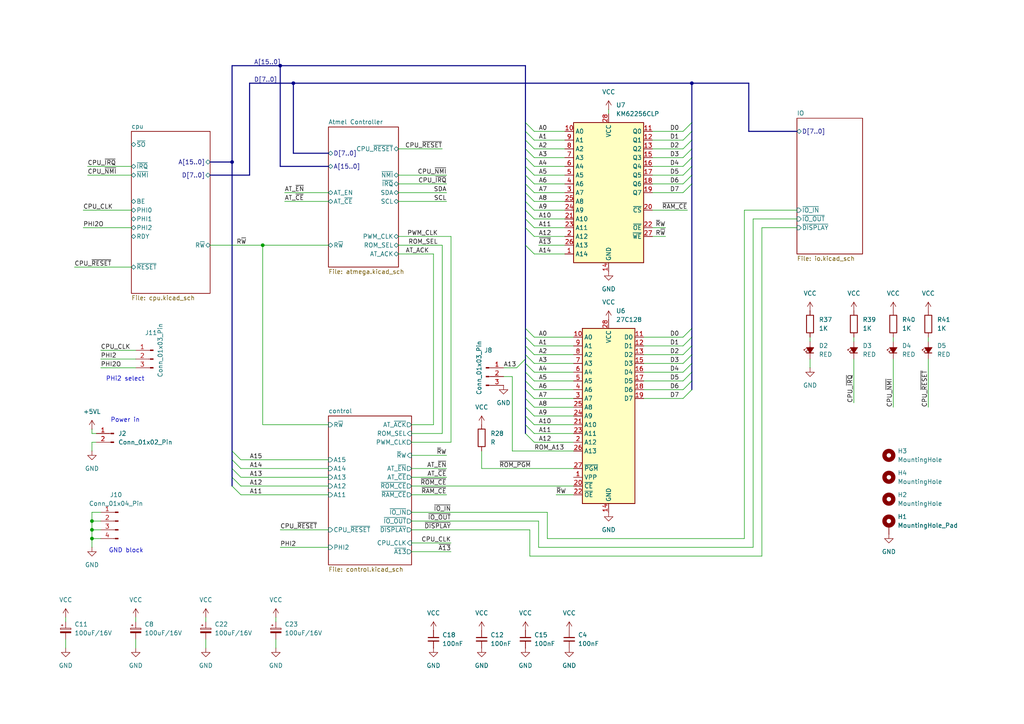
<source format=kicad_sch>
(kicad_sch (version 20250114) (generator "eeschema") (generator_version "9.0")
  (paper "A4")
  (title_block (title "6502 ATTY1") (date "2025-12-16") (rev "1") (comment 1 "© 2025 Ben Dooks") (comment 2 "Revision 1"))
  (lib_symbols
    (symbol "Connector:Conn_01x02_Pin" (pin_names (offset 1.016) (hide yes))
      (property "Reference" "J" (at 0 2.54 0))
      (property "Value" "Conn_01x02_Pin" (at 0 -5.08 0))
      (symbol "Conn_01x02_Pin_1_1"
        (rectangle (start 0.8636 0.127) (end 0 -0.127) (stroke (width 0.1524)) (fill (type outline)))
        (rectangle (start 0.8636 -2.413) (end 0 -2.667) (stroke (width 0.1524)) (fill (type outline)))
        (polyline (pts (xy 1.27 0) (xy 0.8636 0)) (stroke (width 0.1524)))
        (polyline (pts (xy 1.27 -2.54) (xy 0.8636 -2.54)) (stroke (width 0.1524)))
        (pin passive line (at 5.08 0 180) (length 3.81) (name "Pin_1") (number "1"))
        (pin passive line (at 5.08 -2.54 180) (length 3.81) (name "Pin_2") (number "2"))
      )
    )
    (symbol "Connector:Conn_01x03_Pin" (pin_names (offset 1.016) (hide yes))
      (property "Reference" "J" (at 0 5.08 0))
      (property "Value" "Conn_01x03_Pin" (at 0 -5.08 0))
      (symbol "Conn_01x03_Pin_1_1"
        (rectangle (start 0.8636 2.667) (end 0 2.413) (stroke (width 0.1524)) (fill (type outline)))
        (rectangle (start 0.8636 0.127) (end 0 -0.127) (stroke (width 0.1524)) (fill (type outline)))
        (rectangle (start 0.8636 -2.413) (end 0 -2.667) (stroke (width 0.1524)) (fill (type outline)))
        (polyline (pts (xy 1.27 2.54) (xy 0.8636 2.54)) (stroke (width 0.1524)))
        (polyline (pts (xy 1.27 0) (xy 0.8636 0)) (stroke (width 0.1524)))
        (polyline (pts (xy 1.27 -2.54) (xy 0.8636 -2.54)) (stroke (width 0.1524)))
        (pin passive line (at 5.08 2.54 180) (length 3.81) (name "Pin_1") (number "1"))
        (pin passive line (at 5.08 0 180) (length 3.81) (name "Pin_2") (number "2"))
        (pin passive line (at 5.08 -2.54 180) (length 3.81) (name "Pin_3") (number "3"))
      )
    )
    (symbol "Connector:Conn_01x04_Pin" (pin_names (offset 1.016) (hide yes))
      (property "Reference" "J" (at 0 5.08 0))
      (property "Value" "Conn_01x04_Pin" (at 0 -7.62 0))
      (symbol "Conn_01x04_Pin_1_1"
        (rectangle (start 0.8636 2.667) (end 0 2.413) (stroke (width 0.1524)) (fill (type outline)))
        (rectangle (start 0.8636 0.127) (end 0 -0.127) (stroke (width 0.1524)) (fill (type outline)))
        (rectangle (start 0.8636 -2.413) (end 0 -2.667) (stroke (width 0.1524)) (fill (type outline)))
        (rectangle (start 0.8636 -4.953) (end 0 -5.207) (stroke (width 0.1524)) (fill (type outline)))
        (polyline (pts (xy 1.27 2.54) (xy 0.8636 2.54)) (stroke (width 0.1524)))
        (polyline (pts (xy 1.27 0) (xy 0.8636 0)) (stroke (width 0.1524)))
        (polyline (pts (xy 1.27 -2.54) (xy 0.8636 -2.54)) (stroke (width 0.1524)))
        (polyline (pts (xy 1.27 -5.08) (xy 0.8636 -5.08)) (stroke (width 0.1524)))
        (pin passive line (at 5.08 2.54 180) (length 3.81) (name "Pin_1") (number "1"))
        (pin passive line (at 5.08 0 180) (length 3.81) (name "Pin_2") (number "2"))
        (pin passive line (at 5.08 -2.54 180) (length 3.81) (name "Pin_3") (number "3"))
        (pin passive line (at 5.08 -5.08 180) (length 3.81) (name "Pin_4") (number "4"))
      )
    )
    (symbol "Device:C_Polarized_Small" (pin_numbers (hide yes)) (pin_names (offset 0.254) (hide yes))
      (property "Reference" "C" (at 0.254 1.778 0))
      (property "Value" "C_Polarized_Small" (at 0.254 -2.032 0))
      (symbol "C_Polarized_Small_0_1"
        (rectangle (start -1.524 0.6858) (end 1.524 0.3048))
        (rectangle (start -1.524 -0.3048) (end 1.524 -0.6858) (fill (type outline)))
        (polyline (pts (xy -1.27 1.524) (xy -0.762 1.524)))
        (polyline (pts (xy -1.016 1.27) (xy -1.016 1.778)))
      )
      (symbol "C_Polarized_Small_1_1"
        (pin passive line (at 0 2.54 270) (length 1.8542) (name "~") (number "1"))
        (pin passive line (at 0 -2.54 90) (length 1.8542) (name "~") (number "2"))
      )
    )
    (symbol "Device:C_Small" (pin_numbers (hide yes)) (pin_names (offset 0.254) (hide yes))
      (property "Reference" "C" (at 0.254 1.778 0))
      (property "Value" "C_Small" (at 0.254 -2.032 0))
      (symbol "C_Small_0_1"
        (polyline (pts (xy -1.524 0.508) (xy 1.524 0.508)) (stroke (width 0.3048)))
        (polyline (pts (xy -1.524 -0.508) (xy 1.524 -0.508)) (stroke (width 0.3302)))
      )
      (symbol "C_Small_1_1"
        (pin passive line (at 0 2.54 270) (length 2.032) (name "~") (number "1"))
        (pin passive line (at 0 -2.54 90) (length 2.032) (name "~") (number "2"))
      )
    )
    (symbol "Device:LED_Small_Filled" (pin_numbers (hide yes)) (pin_names (offset 0.254) (hide yes))
      (property "Reference" "D" (at -1.27 3.175 0))
      (property "Value" "LED_Small_Filled" (at -4.445 -2.54 0))
      (symbol "LED_Small_Filled_0_1"
        (polyline (pts (xy -0.762 -1.016) (xy -0.762 1.016)) (stroke (width 0.254)))
        (polyline (pts (xy 0 0.762) (xy -0.508 1.27) (xy -0.254 1.27) (xy -0.508 1.27) (xy -0.508 1.016)))
        (polyline (pts (xy 0.508 1.27) (xy 0 1.778) (xy 0.254 1.778) (xy 0 1.778) (xy 0 1.524)))
        (polyline (pts (xy 0.762 -1.016) (xy -0.762 0) (xy 0.762 1.016) (xy 0.762 -1.016)) (stroke (width 0.254)) (fill (type outline)))
        (polyline (pts (xy 1.016 0) (xy -0.762 0)))
      )
      (symbol "LED_Small_Filled_1_1"
        (pin passive line (at -2.54 0 0) (length 1.778) (name "K") (number "1"))
        (pin passive line (at 2.54 0 180) (length 1.778) (name "A") (number "2"))
      )
    )
    (symbol "Device:R" (pin_numbers (hide yes)) (pin_names (offset 0))
      (property "Reference" "R" (at 2.032 0 90))
      (property "Value" "R" (at 0 0 90))
      (symbol "R_0_1"
        (rectangle (start -1.016 -2.54) (end 1.016 2.54) (stroke (width 0.254)))
      )
      (symbol "R_1_1"
        (pin passive line (at 0 3.81 270) (length 1.27) (name "~") (number "1"))
        (pin passive line (at 0 -3.81 90) (length 1.27) (name "~") (number "2"))
      )
    )
    (symbol "Mechanical:MountingHole" (pin_names (offset 1.016)) (in_bom no)
      (property "Reference" "H" (at 0 5.08 0))
      (property "Value" "MountingHole" (at 0 3.175 0))
      (symbol "MountingHole_0_1"
        (circle (center 0 0) (radius 1.27) (stroke (width 1.27)))
      )
    )
    (symbol "Mechanical:MountingHole_Pad" (pin_numbers (hide yes)) (pin_names (offset 1.016) (hide yes)) (in_bom no)
      (property "Reference" "H" (at 0 6.35 0))
      (property "Value" "MountingHole_Pad" (at 0 4.445 0))
      (symbol "MountingHole_Pad_0_1"
        (circle (center 0 1.27) (radius 1.27) (stroke (width 1.27)))
      )
      (symbol "MountingHole_Pad_1_1"
        (pin input line (at 0 -2.54 90) (length 2.54) (name "1") (number "1"))
      )
    )
    (symbol "Memory_EPROM:27C128"
      (property "Reference" "U" (at -7.62 26.67 0))
      (property "Value" "27C128" (at 2.54 -26.67 0))
      (symbol "27C128_1_1"
        (rectangle (start -7.62 25.4) (end 7.62 -25.4) (stroke (width 0.254)) (fill (type background)))
        (pin input line (at -10.16 22.86 0) (length 2.54) (name "A0") (number "10"))
        (pin input line (at -10.16 20.32 0) (length 2.54) (name "A1") (number "9"))
        (pin input line (at -10.16 17.78 0) (length 2.54) (name "A2") (number "8"))
        (pin input line (at -10.16 15.24 0) (length 2.54) (name "A3") (number "7"))
        (pin input line (at -10.16 12.7 0) (length 2.54) (name "A4") (number "6"))
        (pin input line (at -10.16 10.16 0) (length 2.54) (name "A5") (number "5"))
        (pin input line (at -10.16 7.62 0) (length 2.54) (name "A6") (number "4"))
        (pin input line (at -10.16 5.08 0) (length 2.54) (name "A7") (number "3"))
        (pin input line (at -10.16 2.54 0) (length 2.54) (name "A8") (number "25"))
        (pin input line (at -10.16 0 0) (length 2.54) (name "A9") (number "24"))
        (pin input line (at -10.16 -2.54 0) (length 2.54) (name "A10") (number "21"))
        (pin input line (at -10.16 -5.08 0) (length 2.54) (name "A11") (number "23"))
        (pin input line (at -10.16 -7.62 0) (length 2.54) (name "A12") (number "2"))
        (pin input line (at -10.16 -10.16 0) (length 2.54) (name "A13") (number "26"))
        (pin input line (at -10.16 -15.24 0) (length 2.54) (name "~{PGM}") (number "27"))
        (pin input line (at -10.16 -17.78 0) (length 2.54) (name "VPP") (number "1"))
        (pin input line (at -10.16 -20.32 0) (length 2.54) (name "~{CE}") (number "20"))
        (pin input line (at -10.16 -22.86 0) (length 2.54) (name "~{OE}") (number "22"))
        (pin power_in line (at 0 27.94 270) (length 2.54) (name "VCC") (number "28"))
        (pin power_in line (at 0 -27.94 90) (length 2.54) (name "GND") (number "14"))
        (pin tri_state line (at 10.16 22.86 180) (length 2.54) (name "D0") (number "11"))
        (pin tri_state line (at 10.16 20.32 180) (length 2.54) (name "D1") (number "12"))
        (pin tri_state line (at 10.16 17.78 180) (length 2.54) (name "D2") (number "13"))
        (pin tri_state line (at 10.16 15.24 180) (length 2.54) (name "D3") (number "15"))
        (pin tri_state line (at 10.16 12.7 180) (length 2.54) (name "D4") (number "16"))
        (pin tri_state line (at 10.16 10.16 180) (length 2.54) (name "D5") (number "17"))
        (pin tri_state line (at 10.16 7.62 180) (length 2.54) (name "D6") (number "18"))
        (pin tri_state line (at 10.16 5.08 180) (length 2.54) (name "D7") (number "19"))
      )
    )
    (symbol "Memory_RAM:KM62256CLP"
      (property "Reference" "U" (at -10.16 20.955 0))
      (property "Value" "KM62256CLP" (at 2.54 20.955 0))
      (symbol "KM62256CLP_0_0"
        (pin power_in line (at 0 22.86 270) (length 2.54) (name "VCC") (number "28"))
        (pin power_in line (at 0 -22.86 90) (length 2.54) (name "GND") (number "14"))
      )
      (symbol "KM62256CLP_0_1"
        (rectangle (start -10.16 20.32) (end 10.16 -20.32) (stroke (width 0.254)) (fill (type background)))
      )
      (symbol "KM62256CLP_1_1"
        (pin input line (at -12.7 17.78 0) (length 2.54) (name "A0") (number "10"))
        (pin input line (at -12.7 15.24 0) (length 2.54) (name "A1") (number "9"))
        (pin input line (at -12.7 12.7 0) (length 2.54) (name "A2") (number "8"))
        (pin input line (at -12.7 10.16 0) (length 2.54) (name "A3") (number "7"))
        (pin input line (at -12.7 7.62 0) (length 2.54) (name "A4") (number "6"))
        (pin input line (at -12.7 5.08 0) (length 2.54) (name "A5") (number "5"))
        (pin input line (at -12.7 2.54 0) (length 2.54) (name "A6") (number "4"))
        (pin input line (at -12.7 0 0) (length 2.54) (name "A7") (number "3"))
        (pin input line (at -12.7 -2.54 0) (length 2.54) (name "A8") (number "25"))
        (pin input line (at -12.7 -5.08 0) (length 2.54) (name "A9") (number "24"))
        (pin input line (at -12.7 -7.62 0) (length 2.54) (name "A10") (number "21"))
        (pin input line (at -12.7 -10.16 0) (length 2.54) (name "A11") (number "23"))
        (pin input line (at -12.7 -12.7 0) (length 2.54) (name "A12") (number "2"))
        (pin input line (at -12.7 -15.24 0) (length 2.54) (name "A13") (number "26"))
        (pin input line (at -12.7 -17.78 0) (length 2.54) (name "A14") (number "1"))
        (pin tri_state line (at 12.7 17.78 180) (length 2.54) (name "Q0") (number "11"))
        (pin tri_state line (at 12.7 15.24 180) (length 2.54) (name "Q1") (number "12"))
        (pin tri_state line (at 12.7 12.7 180) (length 2.54) (name "Q2") (number "13"))
        (pin tri_state line (at 12.7 10.16 180) (length 2.54) (name "Q3") (number "15"))
        (pin tri_state line (at 12.7 7.62 180) (length 2.54) (name "Q4") (number "16"))
        (pin tri_state line (at 12.7 5.08 180) (length 2.54) (name "Q5") (number "17"))
        (pin tri_state line (at 12.7 2.54 180) (length 2.54) (name "Q6") (number "18"))
        (pin tri_state line (at 12.7 0 180) (length 2.54) (name "Q7") (number "19"))
        (pin input line (at 12.7 -5.08 180) (length 2.54) (name "~{CS}") (number "20"))
        (pin input line (at 12.7 -10.16 180) (length 2.54) (name "~{OE}") (number "22"))
        (pin input line (at 12.7 -12.7 180) (length 2.54) (name "~{WE}") (number "27"))
      )
    )
    (symbol "power:+5VL" (power) (pin_numbers (hide yes)) (pin_names (offset 0) (hide yes))
      (property "Value" "+5VL" (at 0 3.556 0))
      (symbol "+5VL_0_1"
        (polyline (pts (xy -0.762 1.27) (xy 0 2.54)))
        (polyline (pts (xy 0 2.54) (xy 0.762 1.27)))
        (polyline (pts (xy 0 0) (xy 0 2.54)))
      )
      (symbol "+5VL_1_1"
        (pin power_in line (at 0 0 90) (length 0) (name "~") (number "1"))
      )
    )
    (symbol "power:GND" (power) (pin_numbers (hide yes)) (pin_names (offset 0) (hide yes))
      (property "Value" "GND" (at 0 -3.81 0))
      (symbol "GND_0_1"
        (polyline (pts (xy 0 0) (xy 0 -1.27) (xy 1.27 -1.27) (xy 0 -2.54) (xy -1.27 -1.27) (xy 0 -1.27)))
      )
      (symbol "GND_1_1"
        (pin power_in line (at 0 0 270) (length 0) (name "~") (number "1"))
      )
    )
    (symbol "power:VCC" (power) (pin_numbers (hide yes)) (pin_names (offset 0) (hide yes))
      (property "Value" "VCC" (at 0 3.556 0))
      (symbol "VCC_0_1"
        (polyline (pts (xy -0.762 1.27) (xy 0 2.54)))
        (polyline (pts (xy 0 2.54) (xy 0.762 1.27)))
        (polyline (pts (xy 0 0) (xy 0 2.54)))
      )
      (symbol "VCC_1_1"
        (pin power_in line (at 0 0 90) (length 0) (name "~") (number "1"))
      )
    )
  )
  (text "Power in" (at 36.322 121.92 0) (effects (font (size 1.27 1.27))))
  (text "GND block" (at 36.576 159.766 0) (effects (font (size 1.27 1.27))))
  (text "PHi2 select" (at 36.322 109.982 0) (effects (font (size 1.27 1.27))))
  (junction (at 81.28 19.05))
  (junction (at 200.66 24.13))
  (junction (at 26.67 156.21))
  (junction (at 85.09 24.13))
  (junction (at 26.67 153.67))
  (junction (at 76.2 71.12))
  (junction (at 26.67 151.13))
  (junction (at 67.31 46.99))
  (bus_entry (at 152.4 45.72) (size 2.54 2.54))
  (bus_entry (at 200.66 102.87) (size -2.54 2.54))
  (bus_entry (at 152.4 125.73) (size 2.54 2.54))
  (bus_entry (at 200.66 110.49) (size -2.54 2.54))
  (bus_entry (at 200.66 40.64) (size -2.54 2.54))
  (bus_entry (at 200.66 45.72) (size -2.54 2.54))
  (bus_entry (at 152.4 100.33) (size 2.54 2.54))
  (bus_entry (at 200.66 50.8) (size -2.54 2.54))
  (bus_entry (at 152.4 55.88) (size 2.54 2.54))
  (bus_entry (at 200.66 107.95) (size -2.54 2.54))
  (bus_entry (at 200.66 48.26) (size -2.54 2.54))
  (bus_entry (at 200.66 38.1) (size -2.54 2.54))
  (bus_entry (at 152.4 66.04) (size 2.54 2.54))
  (bus_entry (at 152.4 123.19) (size 2.54 2.54))
  (bus_entry (at 152.4 40.64) (size 2.54 2.54))
  (bus_entry (at 152.4 105.41) (size 2.54 2.54))
  (bus_entry (at 67.31 130.81) (size 2.54 2.54))
  (bus_entry (at 200.66 35.56) (size -2.54 2.54))
  (bus_entry (at 152.4 113.03) (size 2.54 2.54))
  (bus_entry (at 152.4 60.96) (size 2.54 2.54))
  (bus_entry (at 67.31 133.35) (size 2.54 2.54))
  (bus_entry (at 200.66 43.18) (size -2.54 2.54))
  (bus_entry (at 152.4 50.8) (size 2.54 2.54))
  (bus_entry (at 152.4 71.12) (size 2.54 2.54))
  (bus_entry (at 200.66 53.34) (size -2.54 2.54))
  (bus_entry (at 152.4 43.18) (size 2.54 2.54))
  (bus_entry (at 152.4 102.87) (size 2.54 2.54))
  (bus_entry (at 152.4 53.34) (size 2.54 2.54))
  (bus_entry (at 152.4 48.26) (size 2.54 2.54))
  (bus_entry (at 152.4 115.57) (size 2.54 2.54))
  (bus_entry (at 152.4 58.42) (size 2.54 2.54))
  (bus_entry (at 152.4 118.11) (size 2.54 2.54))
  (bus_entry (at 152.4 97.79) (size 2.54 2.54))
  (bus_entry (at 152.4 35.56) (size 2.54 2.54))
  (bus_entry (at 67.31 138.43) (size 2.54 2.54))
  (bus_entry (at 152.4 38.1) (size 2.54 2.54))
  (bus_entry (at 152.4 95.25) (size 2.54 2.54))
  (bus_entry (at 152.4 63.5) (size 2.54 2.54))
  (bus_entry (at 152.4 110.49) (size 2.54 2.54))
  (bus_entry (at 200.66 97.79) (size -2.54 2.54))
  (bus_entry (at 152.4 107.95) (size 2.54 2.54))
  (bus_entry (at 200.66 100.33) (size -2.54 2.54))
  (bus_entry (at 200.66 113.03) (size -2.54 2.54))
  (bus_entry (at 67.31 135.89) (size 2.54 2.54))
  (bus_entry (at 200.66 95.25) (size -2.54 2.54))
  (bus_entry (at 67.31 140.97) (size 2.54 2.54))
  (bus_entry (at 152.4 120.65) (size 2.54 2.54))
  (bus_entry (at 152.4 104.14) (size -2.54 2.54))
  (bus_entry (at 200.66 105.41) (size -2.54 2.54))
  (wire (pts (xy 189.23 45.72) (xy 198.12 45.72)))
  (wire (pts (xy 80.01 179.07) (xy 80.01 180.34)))
  (wire (pts (xy 189.23 40.64) (xy 198.12 40.64)))
  (wire (pts (xy 153.67 153.67) (xy 153.67 161.29)))
  (wire (pts (xy 119.38 135.89) (xy 129.54 135.89)))
  (wire (pts (xy 69.85 140.97) (xy 95.25 140.97)))
  (wire (pts (xy 231.14 63.5) (xy 218.44 63.5)))
  (wire (pts (xy 154.94 107.95) (xy 166.37 107.95)))
  (wire (pts (xy 247.65 97.79) (xy 247.65 99.06)))
  (wire (pts (xy 154.94 123.19) (xy 166.37 123.19)))
  (bus (pts (xy 152.4 55.88) (xy 152.4 58.42)))
  (wire (pts (xy 119.38 128.27) (xy 130.81 128.27)))
  (bus (pts (xy 152.4 113.03) (xy 152.4 115.57)))
  (bus (pts (xy 152.4 95.25) (xy 152.4 97.79)))
  (wire (pts (xy 269.24 97.79) (xy 269.24 99.06)))
  (bus (pts (xy 200.66 45.72) (xy 200.66 48.26)))
  (bus (pts (xy 152.4 97.79) (xy 152.4 100.33)))
  (wire (pts (xy 154.94 48.26) (xy 163.83 48.26)))
  (wire (pts (xy 220.98 66.04) (xy 231.14 66.04)))
  (bus (pts (xy 200.66 100.33) (xy 200.66 102.87)))
  (bus (pts (xy 67.31 46.99) (xy 67.31 19.05)))
  (wire (pts (xy 189.23 53.34) (xy 198.12 53.34)))
  (wire (pts (xy 186.69 102.87) (xy 198.12 102.87)))
  (wire (pts (xy 115.57 43.18) (xy 128.27 43.18)))
  (wire (pts (xy 81.28 153.67) (xy 95.25 153.67)))
  (wire (pts (xy 154.94 60.96) (xy 163.83 60.96)))
  (wire (pts (xy 119.38 123.19) (xy 125.73 123.19)))
  (wire (pts (xy 26.67 151.13) (xy 29.21 151.13)))
  (wire (pts (xy 26.67 125.73) (xy 26.67 124.46)))
  (wire (pts (xy 115.57 58.42) (xy 129.54 58.42)))
  (wire (pts (xy 29.21 104.14) (xy 39.37 104.14)))
  (wire (pts (xy 26.67 148.59) (xy 26.67 151.13)))
  (bus (pts (xy 67.31 135.89) (xy 67.31 138.43)))
  (bus (pts (xy 85.09 44.45) (xy 85.09 24.13)))
  (wire (pts (xy 154.94 125.73) (xy 166.37 125.73)))
  (wire (pts (xy 115.57 53.34) (xy 129.54 53.34)))
  (wire (pts (xy 119.38 132.08) (xy 129.54 132.08)))
  (wire (pts (xy 154.94 113.03) (xy 166.37 113.03)))
  (wire (pts (xy 154.94 118.11) (xy 166.37 118.11)))
  (wire (pts (xy 26.67 151.13) (xy 26.67 153.67)))
  (bus (pts (xy 81.28 19.05) (xy 152.4 19.05)))
  (bus (pts (xy 200.66 110.49) (xy 200.66 113.03)))
  (wire (pts (xy 27.94 125.73) (xy 26.67 125.73)))
  (wire (pts (xy 161.29 143.51) (xy 166.37 143.51)))
  (wire (pts (xy 154.94 66.04) (xy 163.83 66.04)))
  (wire (pts (xy 186.69 107.95) (xy 198.12 107.95)))
  (bus (pts (xy 231.14 38.1) (xy 217.17 38.1)))
  (wire (pts (xy 128.27 125.73) (xy 119.38 125.73)))
  (wire (pts (xy 95.25 123.19) (xy 76.2 123.19)))
  (wire (pts (xy 119.38 143.51) (xy 129.54 143.51)))
  (bus (pts (xy 152.4 66.04) (xy 152.4 71.12)))
  (wire (pts (xy 115.57 68.58) (xy 130.81 68.58)))
  (wire (pts (xy 81.28 158.75) (xy 95.25 158.75)))
  (bus (pts (xy 200.66 40.64) (xy 200.66 43.18)))
  (wire (pts (xy 25.4 50.8) (xy 38.1 50.8)))
  (wire (pts (xy 128.27 71.12) (xy 128.27 125.73)))
  (wire (pts (xy 26.67 153.67) (xy 26.67 156.21)))
  (wire (pts (xy 148.59 130.81) (xy 148.59 109.22)))
  (wire (pts (xy 69.85 135.89) (xy 95.25 135.89)))
  (wire (pts (xy 186.69 113.03) (xy 198.12 113.03)))
  (bus (pts (xy 200.66 105.41) (xy 200.66 107.95)))
  (wire (pts (xy 154.94 120.65) (xy 166.37 120.65)))
  (wire (pts (xy 189.23 38.1) (xy 198.12 38.1)))
  (bus (pts (xy 200.66 43.18) (xy 200.66 45.72)))
  (wire (pts (xy 24.13 60.96) (xy 38.1 60.96)))
  (wire (pts (xy 59.69 187.96) (xy 59.69 185.42)))
  (wire (pts (xy 125.73 123.19) (xy 125.73 73.66)))
  (bus (pts (xy 67.31 138.43) (xy 67.31 140.97)))
  (bus (pts (xy 67.31 130.81) (xy 67.31 133.35)))
  (wire (pts (xy 29.21 148.59) (xy 26.67 148.59)))
  (wire (pts (xy 154.94 50.8) (xy 163.83 50.8)))
  (wire (pts (xy 189.23 48.26) (xy 198.12 48.26)))
  (wire (pts (xy 154.94 38.1) (xy 163.83 38.1)))
  (bus (pts (xy 152.4 118.11) (xy 152.4 120.65)))
  (wire (pts (xy 247.65 104.14) (xy 247.65 116.84)))
  (bus (pts (xy 152.4 104.14) (xy 152.4 105.41)))
  (wire (pts (xy 176.53 33.02) (xy 176.53 31.75)))
  (wire (pts (xy 69.85 133.35) (xy 95.25 133.35)))
  (wire (pts (xy 218.44 63.5) (xy 218.44 158.75)))
  (bus (pts (xy 200.66 97.79) (xy 200.66 100.33)))
  (wire (pts (xy 269.24 104.14) (xy 269.24 118.11)))
  (bus (pts (xy 152.4 60.96) (xy 152.4 63.5)))
  (bus (pts (xy 200.66 35.56) (xy 200.66 38.1)))
  (wire (pts (xy 153.67 161.29) (xy 220.98 161.29)))
  (wire (pts (xy 119.38 160.02) (xy 130.81 160.02)))
  (wire (pts (xy 39.37 187.96) (xy 39.37 185.42)))
  (wire (pts (xy 29.21 101.6) (xy 39.37 101.6)))
  (wire (pts (xy 29.21 106.68) (xy 39.37 106.68)))
  (wire (pts (xy 215.9 60.96) (xy 231.14 60.96)))
  (bus (pts (xy 152.4 50.8) (xy 152.4 53.34)))
  (wire (pts (xy 148.59 130.81) (xy 166.37 130.81)))
  (wire (pts (xy 26.67 128.27) (xy 26.67 130.81)))
  (bus (pts (xy 67.31 46.99) (xy 67.31 130.81)))
  (bus (pts (xy 152.4 53.34) (xy 152.4 55.88)))
  (bus (pts (xy 60.96 46.99) (xy 67.31 46.99)))
  (bus (pts (xy 200.66 107.95) (xy 200.66 110.49)))
  (bus (pts (xy 152.4 58.42) (xy 152.4 60.96)))
  (wire (pts (xy 119.38 153.67) (xy 153.67 153.67)))
  (wire (pts (xy 119.38 157.48) (xy 130.81 157.48)))
  (bus (pts (xy 85.09 24.13) (xy 200.66 24.13)))
  (wire (pts (xy 154.94 53.34) (xy 163.83 53.34)))
  (bus (pts (xy 152.4 120.65) (xy 152.4 123.19)))
  (bus (pts (xy 152.4 100.33) (xy 152.4 102.87)))
  (bus (pts (xy 200.66 53.34) (xy 200.66 95.25)))
  (bus (pts (xy 95.25 44.45) (xy 85.09 44.45)))
  (wire (pts (xy 154.94 45.72) (xy 163.83 45.72)))
  (wire (pts (xy 26.67 156.21) (xy 29.21 156.21)))
  (wire (pts (xy 186.69 115.57) (xy 198.12 115.57)))
  (wire (pts (xy 154.94 55.88) (xy 163.83 55.88)))
  (bus (pts (xy 60.96 50.8) (xy 72.39 50.8)))
  (wire (pts (xy 146.05 106.68) (xy 149.86 106.68)))
  (wire (pts (xy 25.4 48.26) (xy 38.1 48.26)))
  (wire (pts (xy 259.08 104.14) (xy 259.08 118.11)))
  (wire (pts (xy 19.05 187.96) (xy 19.05 185.42)))
  (wire (pts (xy 119.38 138.43) (xy 129.54 138.43)))
  (wire (pts (xy 154.94 128.27) (xy 166.37 128.27)))
  (wire (pts (xy 154.94 43.18) (xy 163.83 43.18)))
  (wire (pts (xy 158.75 148.59) (xy 158.75 156.21)))
  (bus (pts (xy 200.66 48.26) (xy 200.66 50.8)))
  (wire (pts (xy 186.69 97.79) (xy 198.12 97.79)))
  (wire (pts (xy 154.94 105.41) (xy 166.37 105.41)))
  (wire (pts (xy 80.01 187.96) (xy 80.01 185.42)))
  (bus (pts (xy 152.4 105.41) (xy 152.4 107.95)))
  (bus (pts (xy 67.31 19.05) (xy 81.28 19.05)))
  (wire (pts (xy 76.2 71.12) (xy 95.25 71.12)))
  (wire (pts (xy 69.85 138.43) (xy 95.25 138.43)))
  (wire (pts (xy 189.23 68.58) (xy 193.04 68.58)))
  (wire (pts (xy 234.95 97.79) (xy 234.95 99.06)))
  (bus (pts (xy 72.39 50.8) (xy 72.39 24.13)))
  (bus (pts (xy 152.4 110.49) (xy 152.4 113.03)))
  (wire (pts (xy 19.05 179.07) (xy 19.05 180.34)))
  (wire (pts (xy 156.21 158.75) (xy 156.21 151.13)))
  (bus (pts (xy 152.4 48.26) (xy 152.4 50.8)))
  (bus (pts (xy 200.66 95.25) (xy 200.66 97.79)))
  (wire (pts (xy 189.23 50.8) (xy 198.12 50.8)))
  (wire (pts (xy 189.23 60.96) (xy 199.39 60.96)))
  (wire (pts (xy 154.94 58.42) (xy 163.83 58.42)))
  (bus (pts (xy 217.17 38.1) (xy 217.17 24.13)))
  (bus (pts (xy 152.4 107.95) (xy 152.4 110.49)))
  (wire (pts (xy 259.08 97.79) (xy 259.08 99.06)))
  (wire (pts (xy 189.23 43.18) (xy 198.12 43.18)))
  (wire (pts (xy 60.96 71.12) (xy 76.2 71.12)))
  (wire (pts (xy 154.94 68.58) (xy 163.83 68.58)))
  (wire (pts (xy 189.23 55.88) (xy 198.12 55.88)))
  (wire (pts (xy 154.94 40.64) (xy 163.83 40.64)))
  (bus (pts (xy 152.4 63.5) (xy 152.4 66.04)))
  (wire (pts (xy 26.67 153.67) (xy 29.21 153.67)))
  (wire (pts (xy 139.7 135.89) (xy 166.37 135.89)))
  (wire (pts (xy 115.57 50.8) (xy 129.54 50.8)))
  (wire (pts (xy 186.69 110.49) (xy 198.12 110.49)))
  (wire (pts (xy 82.55 58.42) (xy 95.25 58.42)))
  (wire (pts (xy 154.94 73.66) (xy 163.83 73.66)))
  (wire (pts (xy 130.81 128.27) (xy 130.81 68.58)))
  (wire (pts (xy 119.38 148.59) (xy 158.75 148.59)))
  (bus (pts (xy 200.66 50.8) (xy 200.66 53.34)))
  (wire (pts (xy 154.94 110.49) (xy 166.37 110.49)))
  (bus (pts (xy 72.39 24.13) (xy 85.09 24.13)))
  (wire (pts (xy 163.83 71.12) (xy 156.21 71.12)))
  (wire (pts (xy 115.57 71.12) (xy 128.27 71.12)))
  (bus (pts (xy 200.66 24.13) (xy 200.66 35.56)))
  (bus (pts (xy 152.4 43.18) (xy 152.4 45.72)))
  (wire (pts (xy 148.59 109.22) (xy 146.05 109.22)))
  (wire (pts (xy 220.98 161.29) (xy 220.98 66.04)))
  (bus (pts (xy 152.4 45.72) (xy 152.4 48.26)))
  (wire (pts (xy 186.69 100.33) (xy 198.12 100.33)))
  (bus (pts (xy 200.66 38.1) (xy 200.66 40.64)))
  (wire (pts (xy 154.94 100.33) (xy 166.37 100.33)))
  (wire (pts (xy 154.94 97.79) (xy 166.37 97.79)))
  (wire (pts (xy 125.73 73.66) (xy 115.57 73.66)))
  (wire (pts (xy 154.94 115.57) (xy 166.37 115.57)))
  (wire (pts (xy 82.55 55.88) (xy 95.25 55.88)))
  (bus (pts (xy 152.4 19.05) (xy 152.4 35.56)))
  (wire (pts (xy 154.94 63.5) (xy 163.83 63.5)))
  (wire (pts (xy 215.9 156.21) (xy 215.9 60.96)))
  (wire (pts (xy 119.38 151.13) (xy 156.21 151.13)))
  (wire (pts (xy 27.94 128.27) (xy 26.67 128.27)))
  (wire (pts (xy 158.75 156.21) (xy 215.9 156.21)))
  (wire (pts (xy 26.67 156.21) (xy 26.67 158.75)))
  (wire (pts (xy 115.57 55.88) (xy 129.54 55.88)))
  (wire (pts (xy 234.95 104.14) (xy 234.95 106.68)))
  (wire (pts (xy 24.13 66.04) (xy 38.1 66.04)))
  (wire (pts (xy 119.38 140.97) (xy 166.37 140.97)))
  (bus (pts (xy 200.66 102.87) (xy 200.66 105.41)))
  (bus (pts (xy 152.4 115.57) (xy 152.4 118.11)))
  (wire (pts (xy 154.94 102.87) (xy 166.37 102.87)))
  (wire (pts (xy 59.69 179.07) (xy 59.69 180.34)))
  (wire (pts (xy 39.37 179.07) (xy 39.37 180.34)))
  (bus (pts (xy 152.4 38.1) (xy 152.4 40.64)))
  (wire (pts (xy 21.59 77.47) (xy 38.1 77.47)))
  (bus (pts (xy 95.25 48.26) (xy 81.28 48.26)))
  (wire (pts (xy 139.7 135.89) (xy 139.7 130.81)))
  (wire (pts (xy 69.85 143.51) (xy 95.25 143.51)))
  (bus (pts (xy 152.4 123.19) (xy 152.4 125.73)))
  (bus (pts (xy 152.4 40.64) (xy 152.4 43.18)))
  (wire (pts (xy 218.44 158.75) (xy 156.21 158.75)))
  (wire (pts (xy 76.2 71.12) (xy 76.2 123.19)))
  (bus (pts (xy 152.4 102.87) (xy 152.4 104.14)))
  (wire (pts (xy 186.69 105.41) (xy 198.12 105.41)))
  (bus (pts (xy 67.31 133.35) (xy 67.31 135.89)))
  (bus (pts (xy 200.66 24.13) (xy 217.17 24.13)))
  (bus (pts (xy 152.4 71.12) (xy 152.4 95.25)))
  (wire (pts (xy 189.23 66.04) (xy 193.04 66.04)))
  (bus (pts (xy 152.4 35.56) (xy 152.4 38.1)))
  (bus (pts (xy 81.28 19.05) (xy 81.28 48.26)))
  (label "CPU_~{NMI}" (at 259.08 118.11 90))
  (label "~{RAM_CE}" (at 199.39 60.96 180))
  (label "D5" (at 194.31 110.49 0))
  (label "A8" (at 156.21 118.11 0))
  (label "A13" (at 72.39 138.43 0))
  (label "AT_~{EN}" (at 82.55 55.88 0))
  (label "A5" (at 156.21 50.8 0))
  (label "A14" (at 72.39 135.89 0))
  (label "~{ROM_CE}" (at 129.54 140.97 180))
  (label "CPU_CLK" (at 29.21 101.6 0))
  (label "PHI2O" (at 24.13 66.04 0))
  (label "R~{W}" (at 68.58 71.12 0))
  (label "PHI2O" (at 29.21 106.68 0))
  (label "ROM_A13" (at 154.94 130.81 0))
  (label "~{DISPLAY}" (at 130.81 153.67 180))
  (label "D[7..0]" (at 73.66 24.13 0))
  (label "A2" (at 156.21 102.87 0))
  (label "AT_~{EN}" (at 129.54 135.89 180))
  (label "A10" (at 156.21 63.5 0))
  (label "PHI2" (at 81.28 158.75 0))
  (label "D2" (at 194.31 102.87 0))
  (label "PHI2" (at 29.21 104.14 0))
  (label "A12" (at 156.21 68.58 0))
  (label "~{R}W" (at 193.04 66.04 180))
  (label "AT_~{CE}" (at 129.54 138.43 180))
  (label "D6" (at 194.31 113.03 0))
  (label "D3" (at 194.31 45.72 0))
  (label "A0" (at 156.21 97.79 0))
  (label "A10" (at 156.21 123.19 0))
  (label "D1" (at 194.31 100.33 0))
  (label "D7" (at 194.31 115.57 0))
  (label "CPU_~{RESET}" (at 128.27 43.18 180))
  (label "D0" (at 194.31 97.79 0))
  (label "D6" (at 194.31 53.34 0))
  (label "~{R}W" (at 161.29 143.51 0))
  (label "CPU_CLK" (at 130.81 157.48 180))
  (label "SCL" (at 129.54 58.42 180))
  (label "A7" (at 156.21 115.57 0))
  (label "D0" (at 194.31 38.1 0))
  (label "A3" (at 156.21 105.41 0))
  (label "R~{W}" (at 193.04 68.58 180))
  (label "A4" (at 156.21 107.95 0))
  (label "~{RAM_CE}" (at 129.54 143.51 180))
  (label "CPU_~{NMI}" (at 129.54 50.8 180))
  (label "CPU_~{RESET}" (at 81.28 153.67 0))
  (label "~{IO_OUT}" (at 130.81 151.13 180))
  (label "A1" (at 156.21 100.33 0))
  (label "A13" (at 146.05 106.68 0))
  (label "A1" (at 156.21 40.64 0))
  (label "D4" (at 194.31 107.95 0))
  (label "A8" (at 156.21 58.42 0))
  (label "CPU_~{IRQ}" (at 25.4 48.26 0))
  (label "D5" (at 194.31 50.8 0))
  (label "D2" (at 194.31 43.18 0))
  (label "AT_ACK" (at 124.46 73.66 180))
  (label "CPU_~{RESET}" (at 21.59 77.47 0))
  (label "A11" (at 72.39 143.51 0))
  (label "A11" (at 156.21 66.04 0))
  (label "D3" (at 194.31 105.41 0))
  (label "~{IO_IN}" (at 130.81 148.59 180))
  (label "CPU_~{IRQ}" (at 129.54 53.34 180))
  (label "D1" (at 194.31 40.64 0))
  (label "A6" (at 156.21 53.34 0))
  (label "A14" (at 156.21 73.66 0))
  (label "A3" (at 156.21 45.72 0))
  (label "A12" (at 156.21 128.27 0))
  (label "CPU_~{NMI}" (at 25.4 50.8 0))
  (label "A9" (at 156.21 120.65 0))
  (label "SDA" (at 129.54 55.88 180))
  (label "A2" (at 156.21 43.18 0))
  (label "A6" (at 156.21 113.03 0))
  (label "ROM_SEL" (at 127 71.12 180))
  (label "A4" (at 156.21 48.26 0))
  (label "CPU_~{IRQ}" (at 247.65 116.84 90))
  (label "~{A13}" (at 156.21 71.12 0))
  (label "A11" (at 156.21 125.73 0))
  (label "PWM_CLK" (at 127 68.58 180))
  (label "AT_~{CE}" (at 82.55 58.42 0))
  (label "A[15..0]" (at 73.66 19.05 0))
  (label "~{R}W" (at 129.54 132.08 180))
  (label "CPU_~{RESET}" (at 269.24 118.11 90))
  (label "D4" (at 194.31 48.26 0))
  (label "A0" (at 156.21 38.1 0))
  (label "D7" (at 194.31 55.88 0))
  (label "A15" (at 72.39 133.35 0))
  (label "~{A13}" (at 130.81 160.02 180))
  (label "~{ROM_PGM}" (at 144.78 135.89 0))
  (label "A5" (at 156.21 110.49 0))
  (label "A12" (at 72.39 140.97 0))
  (label "A7" (at 156.21 55.88 0))
  (label "A9" (at 156.21 60.96 0))
  (label "CPU_CLK" (at 24.13 60.96 0))
  (symbol (lib_id "Device:R") (at 259.08 93.98 0) (unit 1)
    (property "Reference" "R40" (at 261.62 92.7099 0) (effects (justify left)))
    (property "Value" "1K" (at 261.62 95.2499 0) (effects (justify left)))
    (property "Footprint" "Resistor_THT:R_Axial_DIN0207_L6.3mm_D2.5mm_P2.54mm_Vertical" (effects (hide yes)))
    (property "Description" "Resistor" (effects (hide yes)))
  )
  (symbol (lib_id "Memory_EPROM:27C128") (at 176.53 120.65 0) (unit 1)
    (property "Reference" "U6" (at 178.6733 90.17 0) (effects (justify left)))
    (property "Value" "27C128" (at 178.6733 92.71 0) (effects (justify left)))
    (property "Footprint" "Package_DIP:DIP-28_W15.24mm" (effects (hide yes)))
    (property "Datasheet" "http://ww1.microchip.com/downloads/en/devicedoc/11003L.pdf" (effects (hide yes)))
    (property "Description" "OTP EPROM 128 KiBit, [Obsolete 2004-01]" (effects (hide yes)))
  )
  (symbol (lib_id "power:+5VL") (at 26.67 124.46 0) (unit 1)
    (property "Reference" "#PWR0112" (effects (hide yes)))
    (property "Value" "+5VL" (at 26.67 119.38 0))
    (property "Description" "Power symbol creates a global label with name \"+5VL\"" (effects (hide yes)))
  )
  (symbol (lib_id "power:GND") (at 152.4 187.96 0) (unit 1)
    (property "Reference" "#PWR076" (effects (hide yes)))
    (property "Value" "GND" (at 152.4 193.04 0))
    (property "Description" "Power symbol creates a global label with name \"GND\" , ground" (effects (hide yes)))
  )
  (symbol (lib_id "power:GND") (at 19.05 187.96 0) (unit 1)
    (property "Reference" "#PWR089" (effects (hide yes)))
    (property "Value" "GND" (at 19.05 193.04 0))
    (property "Description" "Power symbol creates a global label with name \"GND\" , ground" (effects (hide yes)))
  )
  (symbol (lib_id "power:GND") (at 26.67 130.81 0) (unit 1)
    (property "Reference" "#PWR0109" (effects (hide yes)))
    (property "Value" "GND" (at 26.67 135.89 0))
    (property "Description" "Power symbol creates a global label with name \"GND\" , ground" (effects (hide yes)))
  )
  (symbol (lib_id "power:VCC") (at 139.7 123.19 0) (unit 1)
    (property "Reference" "#PWR038" (effects (hide yes)))
    (property "Value" "VCC" (at 139.7 118.11 0))
    (property "Description" "Power symbol creates a global label with name \"VCC\"" (effects (hide yes)))
  )
  (symbol (lib_id "Device:LED_Small_Filled") (at 247.65 101.6 90) (unit 1)
    (property "Reference" "D3" (at 250.19 100.2664 90) (effects (justify right)))
    (property "Value" "RED" (at 250.19 102.8064 90) (effects (justify right)))
    (property "Footprint" "LED_THT:LED_D5.0mm" (effects (hide yes)))
    (property "Description" "Light emitting diode, small symbol, filled shape" (effects (hide yes)))
    (property "Sim.Pins" "1=K 2=A" (effects (hide yes)))
  )
  (symbol (lib_id "power:VCC") (at 139.7 182.88 0) (unit 1)
    (property "Reference" "#PWR073" (effects (hide yes)))
    (property "Value" "VCC" (at 139.7 177.8 0))
    (property "Description" "Power symbol creates a global label with name \"VCC\"" (effects (hide yes)))
  )
  (symbol (lib_id "Device:R") (at 139.7 127 0) (unit 1)
    (property "Reference" "R28" (at 142.24 125.7299 0) (effects (justify left)))
    (property "Value" "R" (at 142.24 128.2699 0) (effects (justify left)))
    (property "Footprint" "Resistor_THT:R_Axial_DIN0207_L6.3mm_D2.5mm_P10.16mm_Horizontal" (effects (hide yes)))
    (property "Description" "Resistor" (effects (hide yes)))
  )
  (symbol (lib_id "power:VCC") (at 125.73 182.88 0) (unit 1)
    (property "Reference" "#PWR057" (effects (hide yes)))
    (property "Value" "VCC" (at 125.73 177.8 0))
    (property "Description" "Power symbol creates a global label with name \"VCC\"" (effects (hide yes)))
  )
  (symbol (lib_id "power:VCC") (at 19.05 179.07 0) (unit 1)
    (property "Reference" "#PWR088" (effects (hide yes)))
    (property "Value" "VCC" (at 19.05 173.99 0))
    (property "Description" "Power symbol creates a global label with name \"VCC\"" (effects (hide yes)))
  )
  (symbol (lib_id "Device:LED_Small_Filled") (at 259.08 101.6 90) (unit 1)
    (property "Reference" "D4" (at 261.62 100.2664 90) (effects (justify right)))
    (property "Value" "RED" (at 261.62 102.8064 90) (effects (justify right)))
    (property "Footprint" "LED_THT:LED_D5.0mm" (effects (hide yes)))
    (property "Description" "Light emitting diode, small symbol, filled shape" (effects (hide yes)))
    (property "Sim.Pins" "1=K 2=A" (effects (hide yes)))
  )
  (symbol (lib_id "power:VCC") (at 234.95 90.17 0) (unit 1)
    (property "Reference" "#PWR0103" (effects (hide yes)))
    (property "Value" "VCC" (at 234.95 85.09 0))
    (property "Description" "Power symbol creates a global label with name \"VCC\"" (effects (hide yes)))
  )
  (symbol (lib_id "Device:C_Polarized_Small") (at 80.01 182.88 0) (unit 1)
    (property "Reference" "C23" (at 82.55 181.0638 0) (effects (justify left)))
    (property "Value" "100uF/16V" (at 82.55 183.6038 0) (effects (justify left)))
    (property "Footprint" "Capacitor_THT:CP_Axial_L10.0mm_D6.0mm_P15.00mm_Horizontal" (effects (hide yes)))
    (property "Description" "Polarized capacitor, small symbol" (effects (hide yes)))
  )
  (symbol (lib_id "Connector:Conn_01x03_Pin") (at 140.97 109.22 0) (unit 1)
    (property "Reference" "J8" (at 141.605 101.6 0))
    (property "Value" "Conn_01x03_Pin" (at 138.938 106.68 90))
    (property "Footprint" "Connector_PinHeader_2.54mm:PinHeader_1x03_P2.54mm_Vertical" (effects (hide yes)))
    (property "Description" "Generic connector, single row, 01x03, script generated" (effects (hide yes)))
  )
  (symbol (lib_id "power:VCC") (at 259.08 90.17 0) (unit 1)
    (property "Reference" "#PWR0114" (effects (hide yes)))
    (property "Value" "VCC" (at 259.08 85.09 0))
    (property "Description" "Power symbol creates a global label with name \"VCC\"" (effects (hide yes)))
  )
  (symbol (lib_id "Device:LED_Small_Filled") (at 234.95 101.6 90) (unit 1)
    (property "Reference" "D2" (at 237.49 100.2664 90) (effects (justify right)))
    (property "Value" "RED" (at 237.49 102.8064 90) (effects (justify right)))
    (property "Footprint" "LED_THT:LED_D5.0mm" (effects (hide yes)))
    (property "Description" "Light emitting diode, small symbol, filled shape" (effects (hide yes)))
    (property "Sim.Pins" "1=K 2=A" (effects (hide yes)))
  )
  (symbol (lib_id "power:GND") (at 80.01 187.96 0) (unit 1)
    (property "Reference" "#PWR095" (effects (hide yes)))
    (property "Value" "GND" (at 80.01 193.04 0))
    (property "Description" "Power symbol creates a global label with name \"GND\" , ground" (effects (hide yes)))
  )
  (symbol (lib_id "power:GND") (at 59.69 187.96 0) (unit 1)
    (property "Reference" "#PWR093" (effects (hide yes)))
    (property "Value" "GND" (at 59.69 193.04 0))
    (property "Description" "Power symbol creates a global label with name \"GND\" , ground" (effects (hide yes)))
  )
  (symbol (lib_id "Mechanical:MountingHole") (at 257.81 144.78 0) (unit 1) (in_bom no)
    (property "Reference" "H2" (at 260.35 143.5099 0) (effects (justify left)))
    (property "Value" "MountingHole" (at 260.35 146.0499 0) (effects (justify left)))
    (property "Footprint" "MountingHole:MountingHole_3.2mm_M3_Pad" (effects (hide yes)))
    (property "Description" "Mounting Hole without connection" (effects (hide yes)))
  )
  (symbol (lib_id "power:GND") (at 139.7 187.96 0) (unit 1)
    (property "Reference" "#PWR074" (effects (hide yes)))
    (property "Value" "GND" (at 139.7 193.04 0))
    (property "Description" "Power symbol creates a global label with name \"GND\" , ground" (effects (hide yes)))
  )
  (symbol (lib_id "Device:C_Small") (at 125.73 185.42 0) (unit 1)
    (property "Reference" "C18" (at 128.27 184.1562 0) (effects (justify left)))
    (property "Value" "100nF" (at 128.27 186.6962 0) (effects (justify left)))
    (property "Footprint" "Capacitor_THT:C_Disc_D4.3mm_W1.9mm_P5.00mm" (effects (hide yes)))
    (property "Description" "Unpolarized capacitor, small symbol" (effects (hide yes)))
  )
  (symbol (lib_id "power:GND") (at 176.53 78.74 0) (unit 1)
    (property "Reference" "#PWR03" (effects (hide yes)))
    (property "Value" "GND" (at 176.53 83.82 0))
    (property "Description" "Power symbol creates a global label with name \"GND\" , ground" (effects (hide yes)))
  )
  (symbol (lib_id "power:GND") (at 125.73 187.96 0) (unit 1)
    (property "Reference" "#PWR058" (effects (hide yes)))
    (property "Value" "GND" (at 125.73 193.04 0))
    (property "Description" "Power symbol creates a global label with name \"GND\" , ground" (effects (hide yes)))
  )
  (symbol (lib_id "Device:R") (at 269.24 93.98 0) (unit 1)
    (property "Reference" "R41" (at 271.78 92.7099 0) (effects (justify left)))
    (property "Value" "1K" (at 271.78 95.2499 0) (effects (justify left)))
    (property "Footprint" "Resistor_THT:R_Axial_DIN0207_L6.3mm_D2.5mm_P2.54mm_Vertical" (effects (hide yes)))
    (property "Description" "Resistor" (effects (hide yes)))
  )
  (symbol (lib_id "power:GND") (at 176.53 148.59 0) (unit 1)
    (property "Reference" "#PWR037" (effects (hide yes)))
    (property "Value" "GND" (at 176.53 153.67 0))
    (property "Description" "Power symbol creates a global label with name \"GND\" , ground" (effects (hide yes)))
  )
  (symbol (lib_id "power:GND") (at 234.95 106.68 0) (unit 1)
    (property "Reference" "#PWR0102" (effects (hide yes)))
    (property "Value" "GND" (at 234.95 111.76 0))
    (property "Description" "Power symbol creates a global label with name \"GND\" , ground" (effects (hide yes)))
  )
  (symbol (lib_id "Device:R") (at 247.65 93.98 0) (unit 1)
    (property "Reference" "R39" (at 250.19 92.7099 0) (effects (justify left)))
    (property "Value" "1K" (at 250.19 95.2499 0) (effects (justify left)))
    (property "Footprint" "Resistor_THT:R_Axial_DIN0207_L6.3mm_D2.5mm_P2.54mm_Vertical" (effects (hide yes)))
    (property "Description" "Resistor" (effects (hide yes)))
  )
  (symbol (lib_id "power:VCC") (at 39.37 179.07 0) (unit 1)
    (property "Reference" "#PWR090" (effects (hide yes)))
    (property "Value" "VCC" (at 39.37 173.99 0))
    (property "Description" "Power symbol creates a global label with name \"VCC\"" (effects (hide yes)))
  )
  (symbol (lib_id "power:GND") (at 165.1 187.96 0) (unit 1)
    (property "Reference" "#PWR078" (effects (hide yes)))
    (property "Value" "GND" (at 165.1 193.04 0))
    (property "Description" "Power symbol creates a global label with name \"GND\" , ground" (effects (hide yes)))
  )
  (symbol (lib_id "Device:C_Polarized_Small") (at 59.69 182.88 0) (unit 1)
    (property "Reference" "C22" (at 62.23 181.0638 0) (effects (justify left)))
    (property "Value" "100uF/16V" (at 62.23 183.6038 0) (effects (justify left)))
    (property "Footprint" "Capacitor_THT:CP_Axial_L10.0mm_D6.0mm_P15.00mm_Horizontal" (effects (hide yes)))
    (property "Description" "Polarized capacitor, small symbol" (effects (hide yes)))
  )
  (symbol (lib_id "power:GND") (at 146.05 111.76 0) (unit 1)
    (property "Reference" "#PWR039" (effects (hide yes)))
    (property "Value" "GND" (at 146.05 116.84 0))
    (property "Description" "Power symbol creates a global label with name \"GND\" , ground" (effects (hide yes)))
  )
  (symbol (lib_id "power:VCC") (at 176.53 92.71 0) (unit 1)
    (property "Reference" "#PWR036" (effects (hide yes)))
    (property "Value" "VCC" (at 176.53 87.63 0))
    (property "Description" "Power symbol creates a global label with name \"VCC\"" (effects (hide yes)))
  )
  (symbol (lib_id "power:VCC") (at 165.1 182.88 0) (unit 1)
    (property "Reference" "#PWR077" (effects (hide yes)))
    (property "Value" "VCC" (at 165.1 177.8 0))
    (property "Description" "Power symbol creates a global label with name \"VCC\"" (effects (hide yes)))
  )
  (symbol (lib_id "Memory_RAM:KM62256CLP") (at 176.53 55.88 0) (unit 1)
    (property "Reference" "U7" (at 178.6733 30.48 0) (effects (justify left)))
    (property "Value" "KM62256CLP" (at 178.6733 33.02 0) (effects (justify left)))
    (property "Footprint" "Package_DIP:DIP-28_W15.24mm" (effects (hide yes)))
    (property "Datasheet" "https://www.futurlec.com/Datasheet/Memory/62256.pdf" (effects (hide yes)))
    (property "Description" "32Kx8 bit Low Power CMOS Static RAM, 55/70ns, DIP-28" (effects (hide yes)))
  )
  (symbol (lib_id "Device:C_Polarized_Small") (at 19.05 182.88 0) (unit 1)
    (property "Reference" "C11" (at 21.59 181.0638 0) (effects (justify left)))
    (property "Value" "100uF/16V" (at 21.59 183.6038 0) (effects (justify left)))
    (property "Footprint" "Capacitor_THT:CP_Axial_L10.0mm_D6.0mm_P15.00mm_Horizontal" (effects (hide yes)))
    (property "Description" "Polarized capacitor, small symbol" (effects (hide yes)))
  )
  (symbol (lib_id "power:VCC") (at 59.69 179.07 0) (unit 1)
    (property "Reference" "#PWR092" (effects (hide yes)))
    (property "Value" "VCC" (at 59.69 173.99 0))
    (property "Description" "Power symbol creates a global label with name \"VCC\"" (effects (hide yes)))
  )
  (symbol (lib_id "Device:C_Small") (at 139.7 185.42 0) (unit 1)
    (property "Reference" "C12" (at 142.24 184.1562 0) (effects (justify left)))
    (property "Value" "100nF" (at 142.24 186.6962 0) (effects (justify left)))
    (property "Footprint" "Capacitor_THT:C_Disc_D4.3mm_W1.9mm_P5.00mm" (effects (hide yes)))
    (property "Description" "Unpolarized capacitor, small symbol" (effects (hide yes)))
  )
  (symbol (lib_id "Device:C_Small") (at 152.4 185.42 0) (unit 1)
    (property "Reference" "C15" (at 154.94 184.1562 0) (effects (justify left)))
    (property "Value" "100nF" (at 154.94 186.6962 0) (effects (justify left)))
    (property "Footprint" "Capacitor_THT:C_Disc_D4.3mm_W1.9mm_P5.00mm" (effects (hide yes)))
    (property "Description" "Unpolarized capacitor, small symbol" (effects (hide yes)))
  )
  (symbol (lib_id "Device:LED_Small_Filled") (at 269.24 101.6 90) (unit 1)
    (property "Reference" "D5" (at 271.78 100.2664 90) (effects (justify right)))
    (property "Value" "RED" (at 271.78 102.8064 90) (effects (justify right)))
    (property "Footprint" "LED_THT:LED_D5.0mm" (effects (hide yes)))
    (property "Description" "Light emitting diode, small symbol, filled shape" (effects (hide yes)))
    (property "Sim.Pins" "1=K 2=A" (effects (hide yes)))
  )
  (symbol (lib_id "power:VCC") (at 152.4 182.88 0) (unit 1)
    (property "Reference" "#PWR075" (effects (hide yes)))
    (property "Value" "VCC" (at 152.4 177.8 0))
    (property "Description" "Power symbol creates a global label with name \"VCC\"" (effects (hide yes)))
  )
  (symbol (lib_id "power:GND") (at 257.81 154.94 0) (unit 1)
    (property "Reference" "#PWR0100" (effects (hide yes)))
    (property "Value" "GND" (at 257.81 160.02 0))
    (property "Description" "Power symbol creates a global label with name \"GND\" , ground" (effects (hide yes)))
  )
  (symbol (lib_id "Mechanical:MountingHole") (at 257.81 138.43 0) (unit 1) (in_bom no)
    (property "Reference" "H4" (at 260.35 137.1599 0) (effects (justify left)))
    (property "Value" "MountingHole" (at 260.35 139.6999 0) (effects (justify left)))
    (property "Footprint" "MountingHole:MountingHole_3.2mm_M3_Pad" (effects (hide yes)))
    (property "Description" "Mounting Hole without connection" (effects (hide yes)))
  )
  (symbol (lib_id "Connector:Conn_01x03_Pin") (at 44.45 104.14 0) (mirror y) (unit 1)
    (property "Reference" "J11" (at 43.815 96.52 0))
    (property "Value" "Conn_01x03_Pin" (at 46.482 101.6 90))
    (property "Footprint" "Connector_PinHeader_2.54mm:PinHeader_1x03_P2.54mm_Vertical" (effects (hide yes)))
    (property "Description" "Generic connector, single row, 01x03, script generated" (effects (hide yes)))
  )
  (symbol (lib_id "Device:C_Small") (at 165.1 185.42 0) (unit 1)
    (property "Reference" "C4" (at 167.64 184.1562 0) (effects (justify left)))
    (property "Value" "100nF" (at 167.64 186.6962 0) (effects (justify left)))
    (property "Footprint" "Capacitor_THT:C_Disc_D4.3mm_W1.9mm_P5.00mm" (effects (hide yes)))
    (property "Description" "Unpolarized capacitor, small symbol" (effects (hide yes)))
  )
  (symbol (lib_id "power:VCC") (at 80.01 179.07 0) (unit 1)
    (property "Reference" "#PWR094" (effects (hide yes)))
    (property "Value" "VCC" (at 80.01 173.99 0))
    (property "Description" "Power symbol creates a global label with name \"VCC\"" (effects (hide yes)))
  )
  (symbol (lib_id "power:VCC") (at 176.53 31.75 0) (unit 1)
    (property "Reference" "#PWR05" (effects (hide yes)))
    (property "Value" "VCC" (at 176.53 26.67 0))
    (property "Description" "Power symbol creates a global label with name \"VCC\"" (effects (hide yes)))
  )
  (symbol (lib_id "power:VCC") (at 269.24 90.17 0) (unit 1)
    (property "Reference" "#PWR0116" (effects (hide yes)))
    (property "Value" "VCC" (at 269.24 85.09 0))
    (property "Description" "Power symbol creates a global label with name \"VCC\"" (effects (hide yes)))
  )
  (symbol (lib_id "power:GND") (at 26.67 158.75 0) (unit 1)
    (property "Reference" "#PWR0101" (effects (hide yes)))
    (property "Value" "GND" (at 26.67 163.83 0))
    (property "Description" "Power symbol creates a global label with name \"GND\" , ground" (effects (hide yes)))
  )
  (symbol (lib_id "Connector:Conn_01x02_Pin") (at 33.02 125.73 0) (mirror y) (unit 1)
    (property "Reference" "J2" (at 34.29 125.7299 0) (effects (justify right)))
    (property "Value" "Conn_01x02_Pin" (at 34.29 128.2699 0) (effects (justify right)))
    (property "Footprint" "Connector_Molex:Molex_KK-254_AE-6410-02A_1x02_P2.54mm_Vertical" (effects (hide yes)))
    (property "Description" "Generic connector, single row, 01x02, script generated" (effects (hide yes)))
  )
  (symbol (lib_id "Mechanical:MountingHole_Pad") (at 257.81 152.4 0) (unit 1) (in_bom no)
    (property "Reference" "H1" (at 260.35 149.8599 0) (effects (justify left)))
    (property "Value" "MountingHole_Pad" (at 260.35 152.3999 0) (effects (justify left)))
    (property "Footprint" "MountingHole:MountingHole_3.2mm_M3_Pad" (effects (hide yes)))
    (property "Description" "Mounting Hole with connection" (effects (hide yes)))
  )
  (symbol (lib_id "Mechanical:MountingHole") (at 257.81 132.08 0) (unit 1) (in_bom no)
    (property "Reference" "H3" (at 260.35 130.8099 0) (effects (justify left)))
    (property "Value" "MountingHole" (at 260.35 133.3499 0) (effects (justify left)))
    (property "Footprint" "MountingHole:MountingHole_3.2mm_M3_Pad" (effects (hide yes)))
    (property "Description" "Mounting Hole without connection" (effects (hide yes)))
  )
  (symbol (lib_id "power:GND") (at 39.37 187.96 0) (unit 1)
    (property "Reference" "#PWR091" (effects (hide yes)))
    (property "Value" "GND" (at 39.37 193.04 0))
    (property "Description" "Power symbol creates a global label with name \"GND\" , ground" (effects (hide yes)))
  )
  (symbol (lib_id "Device:R") (at 234.95 93.98 0) (unit 1)
    (property "Reference" "R37" (at 237.49 92.7099 0) (effects (justify left)))
    (property "Value" "1K" (at 237.49 95.2499 0) (effects (justify left)))
    (property "Footprint" "Resistor_THT:R_Axial_DIN0207_L6.3mm_D2.5mm_P10.16mm_Horizontal" (effects (hide yes)))
    (property "Description" "Resistor" (effects (hide yes)))
  )
  (symbol (lib_id "power:VCC") (at 247.65 90.17 0) (unit 1)
    (property "Reference" "#PWR0110" (effects (hide yes)))
    (property "Value" "VCC" (at 247.65 85.09 0))
    (property "Description" "Power symbol creates a global label with name \"VCC\"" (effects (hide yes)))
  )
  (symbol (lib_id "Device:C_Polarized_Small") (at 39.37 182.88 0) (unit 1)
    (property "Reference" "C8" (at 41.91 181.0638 0) (effects (justify left)))
    (property "Value" "100uF/16V" (at 41.91 183.6038 0) (effects (justify left)))
    (property "Footprint" "Capacitor_THT:CP_Axial_L10.0mm_D6.0mm_P15.00mm_Horizontal" (effects (hide yes)))
    (property "Description" "Polarized capacitor, small symbol" (effects (hide yes)))
  )
  (symbol (lib_id "Connector:Conn_01x04_Pin") (at 34.29 151.13 0) (mirror y) (unit 1)
    (property "Reference" "J10" (at 33.655 143.51 0))
    (property "Value" "Conn_01x04_Pin" (at 33.655 146.05 0))
    (property "Footprint" "Connector_PinHeader_2.54mm:PinHeader_1x04_P2.54mm_Vertical" (effects (hide yes)))
    (property "Description" "Generic connector, single row, 01x04, script generated" (effects (hide yes)))
  )
  (sheet (at 231.14 34.29) (size 19.05 39.37) (stroke (width 0.1524))
    (property "Sheetname" "IO" (at 231.14 33.5784 0) (effects (justify left bottom)))
    (property "Sheetfile" "io.kicad_sch" (at 231.14 74.2446 0) (effects (justify left top)))
    (pin "D[7..0]" bidirectional (at 231.14 38.1 180))
    (pin "~{DISPLAY}" input (at 231.14 66.04 180))
    (pin "~{IO_IN}" input (at 231.14 60.96 180))
    (pin "~{IO_OUT}" input (at 231.14 63.5 180))
  )
  (sheet (at 95.25 36.83) (size 20.32 40.64) (stroke (width 0.1524))
    (property "Sheetname" "Atmel Controller" (at 95.25 36.1184 0) (effects (justify left bottom)))
    (property "Sheetfile" "atmega.kicad_sch" (at 95.25 78.0546 0) (effects (justify left top)))
    (pin "A[15..0]" bidirectional (at 95.25 48.26 180))
    (pin "D[7..0]" bidirectional (at 95.25 44.45 180))
    (pin "AT_ACK" bidirectional (at 115.57 73.66 0))
    (pin "AT_EN" bidirectional (at 95.25 55.88 180))
    (pin "AT_~{CE}" bidirectional (at 95.25 58.42 180))
    (pin "CPU_~{RESET}" bidirectional (at 115.57 43.18 0))
    (pin "ROM_SEL" bidirectional (at 115.57 71.12 0))
    (pin "R~{W}" bidirectional (at 95.25 71.12 180))
    (pin "PWM_CLK" bidirectional (at 115.57 68.58 0))
    (pin "SCL" bidirectional (at 115.57 58.42 0))
    (pin "SDA" bidirectional (at 115.57 55.88 0))
    (pin "~{IRQ}" bidirectional (at 115.57 53.34 0))
    (pin "~{NMI}" bidirectional (at 115.57 50.8 0))
  )
  (sheet (at 95.25 120.65) (size 24.13 43.18) (stroke (width 0.1524))
    (property "Sheetname" "control" (at 95.25 119.9384 0) (effects (justify left bottom)))
    (property "Sheetfile" "control.kicad_sch" (at 95.25 164.4146 0) (effects (justify left top)))
    (pin "A13" input (at 95.25 138.43 180))
    (pin "A15" input (at 95.25 133.35 180))
    (pin "CPU_CLK" input (at 119.38 157.48 0))
    (pin "CPU_~{RESET}" input (at 95.25 153.67 180))
    (pin "R~{W}" input (at 95.25 123.19 180))
    (pin "~{R}W" input (at 119.38 132.08 0))
    (pin "A14" input (at 95.25 135.89 180))
    (pin "~{ROM_CE}" output (at 119.38 140.97 0))
    (pin "PHI2" input (at 95.25 158.75 180))
    (pin "AT_~{ACK}" output (at 119.38 123.19 0))
    (pin "~{RAM_CE}" output (at 119.38 143.51 0))
    (pin "A11" input (at 95.25 143.51 180))
    (pin "A12" input (at 95.25 140.97 180))
    (pin "AT_~{CE}" output (at 119.38 138.43 0))
    (pin "~{IO_IN}" output (at 119.38 148.59 0))
    (pin "~{IO_OUT}" output (at 119.38 151.13 0))
    (pin "~{A13}" output (at 119.38 160.02 0))
    (pin "AT_~{EN}" output (at 119.38 135.89 0))
    (pin "ROM_SEL" input (at 119.38 125.73 0))
    (pin "PWM_CLK" output (at 119.38 128.27 0))
    (pin "~{DISPLAY}" output (at 119.38 153.67 0))
  )
  (sheet (at 38.1 38.1) (size 22.86 46.99) (stroke (width 0.1524))
    (property "Sheetname" "cpu" (at 38.1 37.3884 0) (effects (justify left bottom)))
    (property "Sheetfile" "cpu.kicad_sch" (at 38.1 85.6746 0) (effects (justify left top)))
    (pin "A[15..0]" bidirectional (at 60.96 46.99 0))
    (pin "D[7..0]" bidirectional (at 60.96 50.8 0))
    (pin "BE" bidirectional (at 38.1 58.42 180))
    (pin "PHI0" bidirectional (at 38.1 60.96 180))
    (pin "PHI1" bidirectional (at 38.1 63.5 180))
    (pin "PHI2" bidirectional (at 38.1 66.04 180))
    (pin "RDY" bidirectional (at 38.1 68.58 180))
    (pin "R~{W}" bidirectional (at 60.96 71.12 0))
    (pin "~{IRQ}" bidirectional (at 38.1 48.26 180))
    (pin "~{NMI}" bidirectional (at 38.1 50.8 180))
    (pin "~{RESET}" bidirectional (at 38.1 77.47 180))
    (pin "~{SO}" bidirectional (at 38.1 41.91 180))
  )
)
</source>
